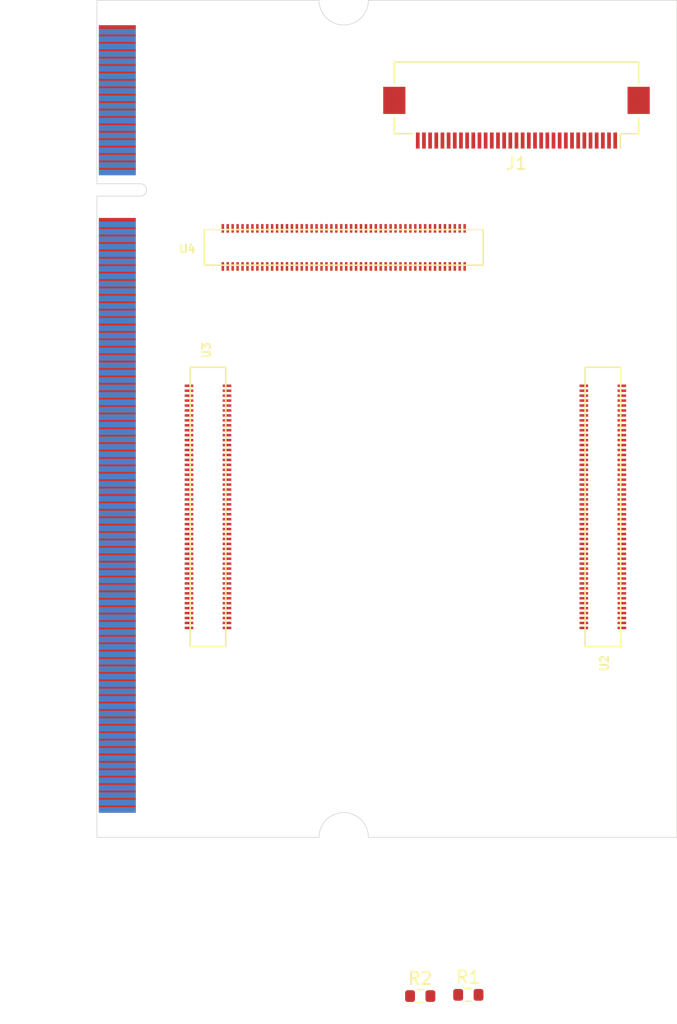
<source format=kicad_pcb>
(kicad_pcb (version 20211014) (generator pcbnew)
  (layers (0 "F.Cu" signal) (1 "In1.Cu" signal) (2 "In2.Cu" signal) (3 "In3.Cu" signal) (4 "In4.Cu" signal) (31 "B.Cu" signal) (34 "B.Paste" user) (35 "F.Paste" user) (36 "B.SilkS" user "B.Silkscreen") (37 "F.SilkS" user "F.Silkscreen") (38 "B.Mask" user) (39 "F.Mask" user) (44 "Edge.Cuts" user))
  (net 0 "")
  (net 1 "GND")
  (net 11 "DSI1_D3_N")
  (net 12 "DSI1_D3_P")
  (net 13 "DSI1_D2_N")
  (net 14 "DSI1_D2_P")
  (net 15 "DSI1_C_N")
  (net 16 "DSI1_C_P")
  (net 17 "DSI1_D1_N")
  (net 18 "DSI1_D1_P")
  (net 19 "DSI1_D0_N")
  (net 20 "DSI1_D0_P")
  (net 26 "Net-(R1-Pad1)")
  (net 27 "ETH_LED_LINK")
  (net 28 "Net-(R2-Pad1)")
  (net 41 "DAC_DOUT")
  (net 42 "DAC_MCLK")
  (net 44 "DAC_TXFS")
  (net 45 "DAC_BCLK")
  (net 46 "DAC_RXFS")
  (net 47 "DAC_DIN")
  (net 48 "BACKLIGHT_PWM")
  (net 66 "UART1_TX")
  (net 67 "UART1_RX")
  (net 68 "UART2_TX")
  (net 69 "UART2_RX")
  (net 71 "USB_VBUS")
  (net 72 "USB1_RX_P")
  (net 73 "USB1_RX_N")
  (net 74 "USB1_TX_P")
  (net 75 "USB1_TX_N")
  (net 76 "USB1_P")
  (net 77 "USB1_N")
  (net 85 "PCIE2_CLK_N")
  (net 86 "PCIE2_CLK_P")
  (net 87 "PCIE2_RX_N")
  (net 88 "PCIE2_RX_P")
  (net 89 "PCIE2_TX_N")
  (net 90 "PCIE2_TX_P")
  (net 91 "PCIE1_CLK_N")
  (net 92 "PCIE1_CLK_P")
  (net 93 "PCIE1_RX_N")
  (net 94 "PCIE1_RX_P")
  (net 95 "PCIE1_TX_N")
  (net 96 "PCIE1_TX_P")
  (net 98 "EDP_IRQ")
  (net 99 "EDP_RESETn")
  (net 102 "LPC_UART_TX")
  (net 103 "LPC_UART_RX")
  (net 105 "SD2_CD")
  (net 106 "PCIE_RESETn")
  (net 107 "SD2_CLK")
  (net 108 "SD2_CMD")
  (net 109 "SD2_DATA3")
  (net 110 "SD2_DATA2")
  (net 111 "SD2_DATA1")
  (net 112 "SD2_DATA0")
  (net 115 "+5V")
  (net 116 "TRX3_N")
  (net 117 "TRX3_P")
  (net 118 "TRX2_N")
  (net 119 "TRX2_P")
  (net 120 "TRX1_N")
  (net 121 "TRX1_P")
  (net 122 "TRX0_N")
  (net 123 "TRX0_P")
  (net 140 "ETH_LED_RX")
  (net 143 "IMX_RESETn")
  (net 144 "LPC_SSO")
  (net 145 "LPC_MOSI")
  (net 146 "LPC_MISO")
  (net 147 "LPC_SCK")
  (net 148 "DAC_SCL")
  (net 149 "DAC_SDA")
  (net 150 "BACKLIGHT_EN")
  (net 151 "EDP_SCL")
  (net 152 "EDP_SDA")
  (net 153 "USB2_TX_P")
  (net 154 "USB2_TX_N")
  (net 155 "USB2_RX_P")
  (net 156 "USB2_RX_N")
  (net 157 "USB2_N")
  (net 158 "USB2_P")
  (net 159 "USB_HUB_RESET")
  (net 163 "XSWITCH")
  (net 164 "RTC_IRQ")
  (net 166 "SOC_WAKE")
  (net 174 "HDMI_CLK_N")
  (net 175 "HDMI_CLK_P")
  (net 176 "HDMI_TX0_N")
  (net 177 "HDMI_TX0_P")
  (net 178 "HDMI_TX1_N")
  (net 179 "HDMI_TX1_P")
  (net 180 "HDMI_TX2_N")
  (net 181 "HDMI_TX2_P")
  (net 184 "HDMI_DDC_SDA")
  (net 185 "HDMI_DDC_SCL")
  (net 186 "HDMI_CEC")
  (net 187 "HDMI_HPD")
  (footprint "footprints:HRS_DF40C-100DS-0.4V(51)" (layer "F.Cu") (at 120 80)
    (fp_text reference "U4" (at -12.670679 0.128245) (layer "F.SilkS") (effects (font (size 0.641227 0.641227))))
    (fp_text value "Nit8M_Plus_SOM_J8")
    (pad "1" smd rect locked (at -9.8 1.54 180) (size 0.2 0.7) (layers "F.Cu" "F.Paste" "F.Mask") (net 1 "GND"))
    (pad "2" smd rect locked (at -9.8 -1.54) (size 0.2 0.7) (layers "F.Cu" "F.Paste" "F.Mask") (net 1 "GND"))
    (pad "3" smd rect locked (at -9.4 1.54 180) (size 0.2 0.7) (layers "F.Cu" "F.Paste" "F.Mask"))
    (pad "4" smd rect locked (at -9.4 -1.54) (size 0.2 0.7) (layers "F.Cu" "F.Paste" "F.Mask"))
    (pad "5" smd rect locked (at -9 1.54 180) (size 0.2 0.7) (layers "F.Cu" "F.Paste" "F.Mask"))
    (pad "6" smd rect locked (at -9 -1.54) (size 0.2 0.7) (layers "F.Cu" "F.Paste" "F.Mask"))
    (pad "7" smd rect locked (at -8.6 1.54 180) (size 0.2 0.7) (layers "F.Cu" "F.Paste" "F.Mask") (net 1 "GND"))
    (pad "8" smd rect locked (at -8.6 -1.54) (size 0.2 0.7) (layers "F.Cu" "F.Paste" "F.Mask") (net 1 "GND"))
    (pad "9" smd rect locked (at -8.2 1.54 180) (size 0.2 0.7) (layers "F.Cu" "F.Paste" "F.Mask"))
    (pad "10" smd rect locked (at -8.2 -1.54) (size 0.2 0.7) (layers "F.Cu" "F.Paste" "F.Mask"))
    (pad "11" smd rect locked (at -7.8 1.54 180) (size 0.2 0.7) (layers "F.Cu" "F.Paste" "F.Mask"))
    (pad "12" smd rect locked (at -7.8 -1.54) (size 0.2 0.7) (layers "F.Cu" "F.Paste" "F.Mask"))
    (pad "13" smd rect locked (at -7.4 1.54 180) (size 0.2 0.7) (layers "F.Cu" "F.Paste" "F.Mask") (net 1 "GND"))
    (pad "14" smd rect locked (at -7.4 -1.54) (size 0.2 0.7) (layers "F.Cu" "F.Paste" "F.Mask") (net 1 "GND"))
    (pad "15" smd rect locked (at -7 1.54 180) (size 0.2 0.7) (layers "F.Cu" "F.Paste" "F.Mask"))
    (pad "16" smd rect locked (at -7 -1.54) (size 0.2 0.7) (layers "F.Cu" "F.Paste" "F.Mask"))
    (pad "17" smd rect locked (at -6.6 1.54 180) (size 0.2 0.7) (layers "F.Cu" "F.Paste" "F.Mask"))
    (pad "18" smd rect locked (at -6.6 -1.54) (size 0.2 0.7) (layers "F.Cu" "F.Paste" "F.Mask"))
    (pad "19" smd rect locked (at -6.2 1.54 180) (size 0.2 0.7) (layers "F.Cu" "F.Paste" "F.Mask") (net 1 "GND"))
    (pad "20" smd rect locked (at -6.2 -1.54) (size 0.2 0.7) (layers "F.Cu" "F.Paste" "F.Mask") (net 1 "GND"))
    (pad "21" smd rect locked (at -5.8 1.54 180) (size 0.2 0.7) (layers "F.Cu" "F.Paste" "F.Mask"))
    (pad "22" smd rect locked (at -5.8 -1.54) (size 0.2 0.7) (layers "F.Cu" "F.Paste" "F.Mask"))
    (pad "23" smd rect locked (at -5.4 1.54 180) (size 0.2 0.7) (layers "F.Cu" "F.Paste" "F.Mask"))
    (pad "24" smd rect locked (at -5.4 -1.54) (size 0.2 0.7) (layers "F.Cu" "F.Paste" "F.Mask"))
    (pad "25" smd rect locked (at -5 1.54 180) (size 0.2 0.7) (layers "F.Cu" "F.Paste" "F.Mask") (net 1 "GND"))
    (pad "26" smd rect locked (at -5 -1.54) (size 0.2 0.7) (layers "F.Cu" "F.Paste" "F.Mask") (net 1 "GND"))
    (pad "27" smd rect locked (at -4.6 1.54 180) (size 0.2 0.7) (layers "F.Cu" "F.Paste" "F.Mask"))
    (pad "28" smd rect locked (at -4.6 -1.54) (size 0.2 0.7) (layers "F.Cu" "F.Paste" "F.Mask"))
    (pad "29" smd rect locked (at -4.2 1.54 180) (size 0.2 0.7) (layers "F.Cu" "F.Paste" "F.Mask"))
    (pad "30" smd rect locked (at -4.2 -1.54) (size 0.2 0.7) (layers "F.Cu" "F.Paste" "F.Mask"))
    (pad "31" smd rect locked (at -3.8 1.54 180) (size 0.2 0.7) (layers "F.Cu" "F.Paste" "F.Mask") (net 1 "GND"))
    (pad "32" smd rect locked (at -3.8 -1.54) (size 0.2 0.7) (layers "F.Cu" "F.Paste" "F.Mask") (net 1 "GND"))
    (pad "33" smd rect locked (at -3.4 1.54 180) (size 0.2 0.7) (layers "F.Cu" "F.Paste" "F.Mask"))
    (pad "34" smd rect locked (at -3.4 -1.54) (size 0.2 0.7) (layers "F.Cu" "F.Paste" "F.Mask"))
    (pad "35" smd rect locked (at -3 1.54 180) (size 0.2 0.7) (layers "F.Cu" "F.Paste" "F.Mask"))
    (pad "36" smd rect locked (at -3 -1.54) (size 0.2 0.7) (layers "F.Cu" "F.Paste" "F.Mask"))
    (pad "37" smd rect locked (at -2.6 1.54 180) (size 0.2 0.7) (layers "F.Cu" "F.Paste" "F.Mask"))
    (pad "38" smd rect locked (at -2.6 -1.54) (size 0.2 0.7) (layers "F.Cu" "F.Paste" "F.Mask"))
    (pad "39" smd rect locked (at -2.2 1.54 180) (size 0.2 0.7) (layers "F.Cu" "F.Paste" "F.Mask"))
    (pad "40" smd rect locked (at -2.2 -1.54) (size 0.2 0.7) (layers "F.Cu" "F.Paste" "F.Mask"))
    (pad "41" smd rect locked (at -1.8 1.54 180) (size 0.2 0.7) (layers "F.Cu" "F.Paste" "F.Mask"))
    (pad "42" smd rect locked (at -1.8 -1.54) (size 0.2 0.7) (layers "F.Cu" "F.Paste" "F.Mask"))
    (pad "43" smd rect locked (at -1.4 1.54 180) (size 0.2 0.7) (layers "F.Cu" "F.Paste" "F.Mask") (net 1 "GND"))
    (pad "44" smd rect locked (at -1.4 -1.54) (size 0.2 0.7) (layers "F.Cu" "F.Paste" "F.Mask") (net 1 "GND"))
    (pad "45" smd rect locked (at -1 1.54 180) (size 0.2 0.7) (layers "F.Cu" "F.Paste" "F.Mask"))
    (pad "46" smd rect locked (at -1 -1.54) (size 0.2 0.7) (layers "F.Cu" "F.Paste" "F.Mask"))
    (pad "47" smd rect locked (at -0.6 1.54 180) (size 0.2 0.7) (layers "F.Cu" "F.Paste" "F.Mask") (net 1 "GND"))
    (pad "48" smd rect locked (at -0.6 -1.54) (size 0.2 0.7) (layers "F.Cu" "F.Paste" "F.Mask"))
    (pad "49" smd rect locked (at -0.2 1.54 180) (size 0.2 0.7) (layers "F.Cu" "F.Paste" "F.Mask"))
    (pad "50" smd rect locked (at -0.2 -1.54) (size 0.2 0.7) (layers "F.Cu" "F.Paste" "F.Mask") (net 108 "SD2_CMD"))
    (pad "51" smd rect locked (at 0.2 1.54 180) (size 0.2 0.7) (layers "F.Cu" "F.Paste" "F.Mask") (net 1 "GND"))
    (pad "52" smd rect locked (at 0.2 -1.54) (size 0.2 0.7) (layers "F.Cu" "F.Paste" "F.Mask") (net 1 "GND"))
    (pad "53" smd rect locked (at 0.6 1.54 180) (size 0.2 0.7) (layers "F.Cu" "F.Paste" "F.Mask"))
    (pad "54" smd rect locked (at 0.6 -1.54) (size 0.2 0.7) (layers "F.Cu" "F.Paste" "F.Mask") (net 107 "SD2_CLK"))
    (pad "55" smd rect locked (at 1 1.54 180) (size 0.2 0.7) (layers "F.Cu" "F.Paste" "F.Mask") (net 1 "GND"))
    (pad "56" smd rect locked (at 1 -1.54) (size 0.2 0.7) (layers "F.Cu" "F.Paste" "F.Mask") (net 1 "GND"))
    (pad "57" smd rect locked (at 1.4 1.54 180) (size 0.2 0.7) (layers "F.Cu" "F.Paste" "F.Mask"))
    (pad "58" smd rect locked (at 1.4 -1.54) (size 0.2 0.7) (layers "F.Cu" "F.Paste" "F.Mask") (net 112 "SD2_DATA0"))
    (pad "59" smd rect locked (at 1.8 1.54 180) (size 0.2 0.7) (layers "F.Cu" "F.Paste" "F.Mask") (net 1 "GND"))
    (pad "60" smd rect locked (at 1.8 -1.54) (size 0.2 0.7) (layers "F.Cu" "F.Paste" "F.Mask") (net 111 "SD2_DATA1"))
    (pad "61" smd rect locked (at 2.2 1.54 180) (size 0.2 0.7) (layers "F.Cu" "F.Paste" "F.Mask") (net 42 "DAC_MCLK"))
    (pad "62" smd rect locked (at 2.2 -1.54) (size 0.2 0.7) (layers "F.Cu" "F.Paste" "F.Mask") (net 110 "SD2_DATA2"))
    (pad "63" smd rect locked (at 2.6 1.54 180) (size 0.2 0.7) (layers "F.Cu" "F.Paste" "F.Mask") (net 1 "GND"))
    (pad "64" smd rect locked (at 2.6 -1.54) (size 0.2 0.7) (layers "F.Cu" "F.Paste" "F.Mask") (net 109 "SD2_DATA3"))
    (pad "65" smd rect locked (at 3 1.54 180) (size 0.2 0.7) (layers "F.Cu" "F.Paste" "F.Mask") (net 47 "DAC_DIN"))
    (pad "66" smd rect locked (at 3 -1.54) (size 0.2 0.7) (layers "F.Cu" "F.Paste" "F.Mask") (net 1 "GND"))
    (pad "67" smd rect locked (at 3.4 1.54 180) (size 0.2 0.7) (layers "F.Cu" "F.Paste" "F.Mask") (net 45 "DAC_BCLK"))
    (pad "68" smd rect locked (at 3.4 -1.54) (size 0.2 0.7) (layers "F.Cu" "F.Paste" "F.Mask"))
    (pad "69" smd rect locked (at 3.8 1.54 180) (size 0.2 0.7) (layers "F.Cu" "F.Paste" "F.Mask"))
    (pad "70" smd rect locked (at 3.8 -1.54) (size 0.2 0.7) (layers "F.Cu" "F.Paste" "F.Mask"))
    (pad "71" smd rect locked (at 4.2 1.54 180) (size 0.2 0.7) (layers "F.Cu" "F.Paste" "F.Mask") (net 41 "DAC_DOUT"))
    (pad "72" smd rect locked (at 4.2 -1.54) (size 0.2 0.7) (layers "F.Cu" "F.Paste" "F.Mask"))
    (pad "73" smd rect locked (at 4.6 1.54 180) (size 0.2 0.7) (layers "F.Cu" "F.Paste" "F.Mask") (net 46 "DAC_RXFS"))
    (pad "74" smd rect locked (at 4.6 -1.54) (size 0.2 0.7) (layers "F.Cu" "F.Paste" "F.Mask"))
    (pad "75" smd rect locked (at 5 1.54 180) (size 0.2 0.7) (layers "F.Cu" "F.Paste" "F.Mask") (net 44 "DAC_TXFS"))
    (pad "76" smd rect locked (at 5 -1.54) (size 0.2 0.7) (layers "F.Cu" "F.Paste" "F.Mask") (net 1 "GND"))
    (pad "77" smd rect locked (at 5.4 1.54 180) (size 0.2 0.7) (layers "F.Cu" "F.Paste" "F.Mask") (net 1 "GND"))
    (pad "78" smd rect locked (at 5.4 -1.54) (size 0.2 0.7) (layers "F.Cu" "F.Paste" "F.Mask") (net 123 "TRX0_P"))
    (pad "79" smd rect locked (at 5.8 1.54 180) (size 0.2 0.7) (layers "F.Cu" "F.Paste" "F.Mask"))
    (pad "80" smd rect locked (at 5.8 -1.54) (size 0.2 0.7) (layers "F.Cu" "F.Paste" "F.Mask") (net 122 "TRX0_N"))
    (pad "81" smd rect locked (at 6.2 1.54 180) (size 0.2 0.7) (layers "F.Cu" "F.Paste" "F.Mask") (net 1 "GND"))
    (pad "82" smd rect locked (at 6.2 -1.54) (size 0.2 0.7) (layers "F.Cu" "F.Paste" "F.Mask") (net 1 "GND"))
    (pad "83" smd rect locked (at 6.6 1.54 180) (size 0.2 0.7) (layers "F.Cu" "F.Paste" "F.Mask"))
    (pad "84" smd rect locked (at 6.6 -1.54) (size 0.2 0.7) (layers "F.Cu" "F.Paste" "F.Mask") (net 121 "TRX1_P"))
    (pad "85" smd rect locked (at 7 1.54 180) (size 0.2 0.7) (layers "F.Cu" "F.Paste" "F.Mask"))
    (pad "86" smd rect locked (at 7 -1.54) (size 0.2 0.7) (layers "F.Cu" "F.Paste" "F.Mask") (net 120 "TRX1_N"))
    (pad "87" smd rect locked (at 7.4 1.54 180) (size 0.2 0.7) (layers "F.Cu" "F.Paste" "F.Mask"))
    (pad "88" smd rect locked (at 7.4 -1.54) (size 0.2 0.7) (layers "F.Cu" "F.Paste" "F.Mask") (net 1 "GND"))
    (pad "89" smd rect locked (at 7.8 1.54 180) (size 0.2 0.7) (layers "F.Cu" "F.Paste" "F.Mask"))
    (pad "90" smd rect locked (at 7.8 -1.54) (size 0.2 0.7) (layers "F.Cu" "F.Paste" "F.Mask") (net 119 "TRX2_P"))
    (pad "91" smd rect locked (at 8.2 1.54 180) (size 0.2 0.7) (layers "F.Cu" "F.Paste" "F.Mask"))
    (pad "92" smd rect locked (at 8.2 -1.54) (size 0.2 0.7) (layers "F.Cu" "F.Paste" "F.Mask") (net 118 "TRX2_N"))
    (pad "93" smd rect locked (at 8.6 1.54 180) (size 0.2 0.7) (layers "F.Cu" "F.Paste" "F.Mask"))
    (pad "94" smd rect locked (at 8.6 -1.54) (size 0.2 0.7) (layers "F.Cu" "F.Paste" "F.Mask") (net 1 "GND"))
    (pad "95" smd rect locked (at 9 1.54 180) (size 0.2 0.7) (layers "F.Cu" "F.Paste" "F.Mask") (net 140 "ETH_LED_RX"))
    (pad "96" smd rect locked (at 9 -1.54) (size 0.2 0.7) (layers "F.Cu" "F.Paste" "F.Mask") (net 117 "TRX3_P"))
    (pad "97" smd rect locked (at 9.4 1.54 180) (size 0.2 0.7) (layers "F.Cu" "F.Paste" "F.Mask") (net 26 "Net-(R1-Pad1)"))
    (pad "98" smd rect locked (at 9.4 -1.54) (size 0.2 0.7) (layers "F.Cu" "F.Paste" "F.Mask") (net 116 "TRX3_N"))
    (pad "99" smd rect locked (at 9.8 1.54 180) (size 0.2 0.7) (layers "F.Cu" "F.Paste" "F.Mask") (net 28 "Net-(R2-Pad1)"))
    (pad "100" smd rect locked (at 9.8 -1.54) (size 0.2 0.7) (layers "F.Cu" "F.Paste" "F.Mask") (net 1 "GND"))
  )
  (footprint "footprints:HRS_DF40C-100DS-0.4V(51)" (layer "F.Cu") (at 109 101 -90)
    (fp_text reference "U3" (at -12.670679 0.128245 90) (layer "F.SilkS") (effects (font (size 0.641227 0.641227))))
    (fp_text value "Nit8M_Plus_SOM_J4")
    (pad "1" smd rect locked (at -9.8 1.54 90) (size 0.2 0.7) (layers "F.Cu" "F.Paste" "F.Mask") (net 1 "GND"))
    (pad "2" smd rect locked (at -9.8 -1.54 270) (size 0.2 0.7) (layers "F.Cu" "F.Paste" "F.Mask") (net 1 "GND"))
    (pad "3" smd rect locked (at -9.4 1.54 90) (size 0.2 0.7) (layers "F.Cu" "F.Paste" "F.Mask"))
    (pad "4" smd rect locked (at -9.4 -1.54 270) (size 0.2 0.7) (layers "F.Cu" "F.Paste" "F.Mask"))
    (pad "5" smd rect locked (at -9 1.54 90) (size 0.2 0.7) (layers "F.Cu" "F.Paste" "F.Mask"))
    (pad "6" smd rect locked (at -9 -1.54 270) (size 0.2 0.7) (layers "F.Cu" "F.Paste" "F.Mask"))
    (pad "7" smd rect locked (at -8.6 1.54 90) (size 0.2 0.7) (layers "F.Cu" "F.Paste" "F.Mask") (net 1 "GND"))
    (pad "8" smd rect locked (at -8.6 -1.54 270) (size 0.2 0.7) (layers "F.Cu" "F.Paste" "F.Mask") (net 1 "GND"))
    (pad "9" smd rect locked (at -8.2 1.54 90) (size 0.2 0.7) (layers "F.Cu" "F.Paste" "F.Mask"))
    (pad "10" smd rect locked (at -8.2 -1.54 270) (size 0.2 0.7) (layers "F.Cu" "F.Paste" "F.Mask"))
    (pad "11" smd rect locked (at -7.8 1.54 90) (size 0.2 0.7) (layers "F.Cu" "F.Paste" "F.Mask"))
    (pad "12" smd rect locked (at -7.8 -1.54 270) (size 0.2 0.7) (layers "F.Cu" "F.Paste" "F.Mask"))
    (pad "13" smd rect locked (at -7.4 1.54 90) (size 0.2 0.7) (layers "F.Cu" "F.Paste" "F.Mask") (net 1 "GND"))
    (pad "14" smd rect locked (at -7.4 -1.54 270) (size 0.2 0.7) (layers "F.Cu" "F.Paste" "F.Mask") (net 1 "GND"))
    (pad "15" smd rect locked (at -7 1.54 90) (size 0.2 0.7) (layers "F.Cu" "F.Paste" "F.Mask"))
    (pad "16" smd rect locked (at -7 -1.54 270) (size 0.2 0.7) (layers "F.Cu" "F.Paste" "F.Mask"))
    (pad "17" smd rect locked (at -6.6 1.54 90) (size 0.2 0.7) (layers "F.Cu" "F.Paste" "F.Mask"))
    (pad "18" smd rect locked (at -6.6 -1.54 270) (size 0.2 0.7) (layers "F.Cu" "F.Paste" "F.Mask"))
    (pad "19" smd rect locked (at -6.2 1.54 90) (size 0.2 0.7) (layers "F.Cu" "F.Paste" "F.Mask") (net 1 "GND"))
    (pad "20" smd rect locked (at -6.2 -1.54 270) (size 0.2 0.7) (layers "F.Cu" "F.Paste" "F.Mask") (net 1 "GND"))
    (pad "21" smd rect locked (at -5.8 1.54 90) (size 0.2 0.7) (layers "F.Cu" "F.Paste" "F.Mask"))
    (pad "22" smd rect locked (at -5.8 -1.54 270) (size 0.2 0.7) (layers "F.Cu" "F.Paste" "F.Mask"))
    (pad "23" smd rect locked (at -5.4 1.54 90) (size 0.2 0.7) (layers "F.Cu" "F.Paste" "F.Mask"))
    (pad "24" smd rect locked (at -5.4 -1.54 270) (size 0.2 0.7) (layers "F.Cu" "F.Paste" "F.Mask"))
    (pad "25" smd rect locked (at -5 1.54 90) (size 0.2 0.7) (layers "F.Cu" "F.Paste" "F.Mask") (net 1 "GND"))
    (pad "26" smd rect locked (at -5 -1.54 270) (size 0.2 0.7) (layers "F.Cu" "F.Paste" "F.Mask") (net 1 "GND"))
    (pad "27" smd rect locked (at -4.6 1.54 90) (size 0.2 0.7) (layers "F.Cu" "F.Paste" "F.Mask"))
    (pad "28" smd rect locked (at -4.6 -1.54 270) (size 0.2 0.7) (layers "F.Cu" "F.Paste" "F.Mask"))
    (pad "29" smd rect locked (at -4.2 1.54 90) (size 0.2 0.7) (layers "F.Cu" "F.Paste" "F.Mask"))
    (pad "30" smd rect locked (at -4.2 -1.54 270) (size 0.2 0.7) (layers "F.Cu" "F.Paste" "F.Mask"))
    (pad "31" smd rect locked (at -3.8 1.54 90) (size 0.2 0.7) (layers "F.Cu" "F.Paste" "F.Mask") (net 1 "GND"))
    (pad "32" smd rect locked (at -3.8 -1.54 270) (size 0.2 0.7) (layers "F.Cu" "F.Paste" "F.Mask") (net 1 "GND"))
    (pad "33" smd rect locked (at -3.4 1.54 90) (size 0.2 0.7) (layers "F.Cu" "F.Paste" "F.Mask") (net 92 "PCIE1_CLK_P"))
    (pad "34" smd rect locked (at -3.4 -1.54 270) (size 0.2 0.7) (layers "F.Cu" "F.Paste" "F.Mask") (net 12 "DSI1_D3_P"))
    (pad "35" smd rect locked (at -3 1.54 90) (size 0.2 0.7) (layers "F.Cu" "F.Paste" "F.Mask") (net 91 "PCIE1_CLK_N"))
    (pad "36" smd rect locked (at -3 -1.54 270) (size 0.2 0.7) (layers "F.Cu" "F.Paste" "F.Mask") (net 11 "DSI1_D3_N"))
    (pad "37" smd rect locked (at -2.6 1.54 90) (size 0.2 0.7) (layers "F.Cu" "F.Paste" "F.Mask") (net 1 "GND"))
    (pad "38" smd rect locked (at -2.6 -1.54 270) (size 0.2 0.7) (layers "F.Cu" "F.Paste" "F.Mask") (net 1 "GND"))
    (pad "39" smd rect locked (at -2.2 1.54 90) (size 0.2 0.7) (layers "F.Cu" "F.Paste" "F.Mask") (net 96 "PCIE1_TX_P"))
    (pad "40" smd rect locked (at -2.2 -1.54 270) (size 0.2 0.7) (layers "F.Cu" "F.Paste" "F.Mask") (net 14 "DSI1_D2_P"))
    (pad "41" smd rect locked (at -1.8 1.54 90) (size 0.2 0.7) (layers "F.Cu" "F.Paste" "F.Mask") (net 95 "PCIE1_TX_N"))
    (pad "42" smd rect locked (at -1.8 -1.54 270) (size 0.2 0.7) (layers "F.Cu" "F.Paste" "F.Mask") (net 13 "DSI1_D2_N"))
    (pad "43" smd rect locked (at -1.4 1.54 90) (size 0.2 0.7) (layers "F.Cu" "F.Paste" "F.Mask") (net 1 "GND"))
    (pad "44" smd rect locked (at -1.4 -1.54 270) (size 0.2 0.7) (layers "F.Cu" "F.Paste" "F.Mask") (net 1 "GND"))
    (pad "45" smd rect locked (at -1 1.54 90) (size 0.2 0.7) (layers "F.Cu" "F.Paste" "F.Mask") (net 94 "PCIE1_RX_P"))
    (pad "46" smd rect locked (at -1 -1.54 270) (size 0.2 0.7) (layers "F.Cu" "F.Paste" "F.Mask") (net 16 "DSI1_C_P"))
    (pad "47" smd rect locked (at -0.6 1.54 90) (size 0.2 0.7) (layers "F.Cu" "F.Paste" "F.Mask") (net 93 "PCIE1_RX_N"))
    (pad "48" smd rect locked (at -0.6 -1.54 270) (size 0.2 0.7) (layers "F.Cu" "F.Paste" "F.Mask") (net 15 "DSI1_C_N"))
    (pad "49" smd rect locked (at -0.2 1.54 90) (size 0.2 0.7) (layers "F.Cu" "F.Paste" "F.Mask") (net 1 "GND"))
    (pad "50" smd rect locked (at -0.2 -1.54 270) (size 0.2 0.7) (layers "F.Cu" "F.Paste" "F.Mask") (net 1 "GND"))
    (pad "51" smd rect locked (at 0.2 1.54 90) (size 0.2 0.7) (layers "F.Cu" "F.Paste" "F.Mask") (net 153 "USB2_TX_P"))
    (pad "52" smd rect locked (at 0.2 -1.54 270) (size 0.2 0.7) (layers "F.Cu" "F.Paste" "F.Mask") (net 18 "DSI1_D1_P"))
    (pad "53" smd rect locked (at 0.6 1.54 90) (size 0.2 0.7) (layers "F.Cu" "F.Paste" "F.Mask") (net 154 "USB2_TX_N"))
    (pad "54" smd rect locked (at 0.6 -1.54 270) (size 0.2 0.7) (layers "F.Cu" "F.Paste" "F.Mask") (net 17 "DSI1_D1_N"))
    (pad "55" smd rect locked (at 1 1.54 90) (size 0.2 0.7) (layers "F.Cu" "F.Paste" "F.Mask") (net 1 "GND"))
    (pad "56" smd rect locked (at 1 -1.54 270) (size 0.2 0.7) (layers "F.Cu" "F.Paste" "F.Mask") (net 1 "GND"))
    (pad "57" smd rect locked (at 1.4 1.54 90) (size 0.2 0.7) (layers "F.Cu" "F.Paste" "F.Mask") (net 155 "USB2_RX_P"))
    (pad "58" smd rect locked (at 1.4 -1.54 270) (size 0.2 0.7) (layers "F.Cu" "F.Paste" "F.Mask") (net 20 "DSI1_D0_P"))
    (pad "59" smd rect locked (at 1.8 1.54 90) (size 0.2 0.7) (layers "F.Cu" "F.Paste" "F.Mask") (net 156 "USB2_RX_N"))
    (pad "60" smd rect locked (at 1.8 -1.54 270) (size 0.2 0.7) (layers "F.Cu" "F.Paste" "F.Mask") (net 19 "DSI1_D0_N"))
    (pad "61" smd rect locked (at 2.2 1.54 90) (size 0.2 0.7) (layers "F.Cu" "F.Paste" "F.Mask") (net 1 "GND"))
    (pad "62" smd rect locked (at 2.2 -1.54 270) (size 0.2 0.7) (layers "F.Cu" "F.Paste" "F.Mask") (net 1 "GND"))
    (pad "63" smd rect locked (at 2.6 1.54 90) (size 0.2 0.7) (layers "F.Cu" "F.Paste" "F.Mask") (net 158 "USB2_P"))
    (pad "64" smd rect locked (at 2.6 -1.54 270) (size 0.2 0.7) (layers "F.Cu" "F.Paste" "F.Mask"))
    (pad "65" smd rect locked (at 3 1.54 90) (size 0.2 0.7) (layers "F.Cu" "F.Paste" "F.Mask") (net 157 "USB2_N"))
    (pad "66" smd rect locked (at 3 -1.54 270) (size 0.2 0.7) (layers "F.Cu" "F.Paste" "F.Mask"))
    (pad "67" smd rect locked (at 3.4 1.54 90) (size 0.2 0.7) (layers "F.Cu" "F.Paste" "F.Mask") (net 1 "GND"))
    (pad "68" smd rect locked (at 3.4 -1.54 270) (size 0.2 0.7) (layers "F.Cu" "F.Paste" "F.Mask") (net 1 "GND"))
    (pad "69" smd rect locked (at 3.8 1.54 90) (size 0.2 0.7) (layers "F.Cu" "F.Paste" "F.Mask"))
    (pad "70" smd rect locked (at 3.8 -1.54 270) (size 0.2 0.7) (layers "F.Cu" "F.Paste" "F.Mask") (net 74 "USB1_TX_P"))
    (pad "71" smd rect locked (at 4.2 1.54 90) (size 0.2 0.7) (layers "F.Cu" "F.Paste" "F.Mask"))
    (pad "72" smd rect locked (at 4.2 -1.54 270) (size 0.2 0.7) (layers "F.Cu" "F.Paste" "F.Mask") (net 75 "USB1_TX_N"))
    (pad "73" smd rect locked (at 4.6 1.54 90) (size 0.2 0.7) (layers "F.Cu" "F.Paste" "F.Mask") (net 106 "PCIE_RESETn"))
    (pad "74" smd rect locked (at 4.6 -1.54 270) (size 0.2 0.7) (layers "F.Cu" "F.Paste" "F.Mask") (net 1 "GND"))
    (pad "75" smd rect locked (at 5 1.54 90) (size 0.2 0.7) (layers "F.Cu" "F.Paste" "F.Mask") (net 48 "BACKLIGHT_PWM"))
    (pad "76" smd rect locked (at 5 -1.54 270) (size 0.2 0.7) (layers "F.Cu" "F.Paste" "F.Mask") (net 72 "USB1_RX_P"))
    (pad "77" smd rect locked (at 5.4 1.54 90) (size 0.2 0.7) (layers "F.Cu" "F.Paste" "F.Mask") (net 150 "BACKLIGHT_EN"))
    (pad "78" smd rect locked (at 5.4 -1.54 270) (size 0.2 0.7) (layers "F.Cu" "F.Paste" "F.Mask") (net 73 "USB1_RX_N"))
    (pad "79" smd rect locked (at 5.8 1.54 90) (size 0.2 0.7) (layers "F.Cu" "F.Paste" "F.Mask"))
    (pad "80" smd rect locked (at 5.8 -1.54 270) (size 0.2 0.7) (layers "F.Cu" "F.Paste" "F.Mask") (net 1 "GND"))
    (pad "81" smd rect locked (at 6.2 1.54 90) (size 0.2 0.7) (layers "F.Cu" "F.Paste" "F.Mask") (net 99 "EDP_RESETn"))
    (pad "82" smd rect locked (at 6.2 -1.54 270) (size 0.2 0.7) (layers "F.Cu" "F.Paste" "F.Mask") (net 76 "USB1_P"))
    (pad "83" smd rect locked (at 6.6 1.54 90) (size 0.2 0.7) (layers "F.Cu" "F.Paste" "F.Mask") (net 159 "USB_HUB_RESET"))
    (pad "84" smd rect locked (at 6.6 -1.54 270) (size 0.2 0.7) (layers "F.Cu" "F.Paste" "F.Mask") (net 77 "USB1_N"))
    (pad "85" smd rect locked (at 7 1.54 90) (size 0.2 0.7) (layers "F.Cu" "F.Paste" "F.Mask"))
    (pad "86" smd rect locked (at 7 -1.54 270) (size 0.2 0.7) (layers "F.Cu" "F.Paste" "F.Mask") (net 1 "GND"))
    (pad "87" smd rect locked (at 7.4 1.54 90) (size 0.2 0.7) (layers "F.Cu" "F.Paste" "F.Mask"))
    (pad "88" smd rect locked (at 7.4 -1.54 270) (size 0.2 0.7) (layers "F.Cu" "F.Paste" "F.Mask") (net 163 "XSWITCH"))
    (pad "89" smd rect locked (at 7.8 1.54 90) (size 0.2 0.7) (layers "F.Cu" "F.Paste" "F.Mask") (net 1 "GND"))
    (pad "90" smd rect locked (at 7.8 -1.54 270) (size 0.2 0.7) (layers "F.Cu" "F.Paste" "F.Mask"))
    (pad "91" smd rect locked (at 8.2 1.54 90) (size 0.2 0.7) (layers "F.Cu" "F.Paste" "F.Mask"))
    (pad "92" smd rect locked (at 8.2 -1.54 270) (size 0.2 0.7) (layers "F.Cu" "F.Paste" "F.Mask") (net 68 "UART2_TX"))
    (pad "93" smd rect locked (at 8.6 1.54 90) (size 0.2 0.7) (layers "F.Cu" "F.Paste" "F.Mask"))
    (pad "94" smd rect locked (at 8.6 -1.54 270) (size 0.2 0.7) (layers "F.Cu" "F.Paste" "F.Mask") (net 69 "UART2_RX"))
    (pad "95" smd rect locked (at 9 1.54 90) (size 0.2 0.7) (layers "F.Cu" "F.Paste" "F.Mask"))
    (pad "96" smd rect locked (at 9 -1.54 270) (size 0.2 0.7) (layers "F.Cu" "F.Paste" "F.Mask") (net 1 "GND"))
    (pad "97" smd rect locked (at 9.4 1.54 90) (size 0.2 0.7) (layers "F.Cu" "F.Paste" "F.Mask") (net 105 "SD2_CD"))
    (pad "98" smd rect locked (at 9.4 -1.54 270) (size 0.2 0.7) (layers "F.Cu" "F.Paste" "F.Mask") (net 66 "UART1_TX"))
    (pad "99" smd rect locked (at 9.8 1.54 90) (size 0.2 0.7) (layers "F.Cu" "F.Paste" "F.Mask") (net 166 "SOC_WAKE"))
    (pad "100" smd rect locked (at 9.8 -1.54 270) (size 0.2 0.7) (layers "F.Cu" "F.Paste" "F.Mask") (net 67 "UART1_RX"))
  )
  (footprint "footprints:HRS_DF40C-100DS-0.4V(51)" (layer "F.Cu") (at 141 101 90)
    (fp_text reference "U2" (at -12.670679 0.128245 90) (layer "F.SilkS") (effects (font (size 0.641227 0.641227))))
    (fp_text value "Nit8M_Plus_SOM_J5")
    (pad "1" smd rect locked (at -9.8 1.54 270) (size 0.2 0.7) (layers "F.Cu" "F.Paste" "F.Mask") (net 115 "+5V"))
    (pad "2" smd rect locked (at -9.8 -1.54 90) (size 0.2 0.7) (layers "F.Cu" "F.Paste" "F.Mask") (net 115 "+5V"))
    (pad "3" smd rect locked (at -9.4 1.54 270) (size 0.2 0.7) (layers "F.Cu" "F.Paste" "F.Mask") (net 115 "+5V"))
    (pad "4" smd rect locked (at -9.4 -1.54 90) (size 0.2 0.7) (layers "F.Cu" "F.Paste" "F.Mask") (net 115 "+5V"))
    (pad "5" smd rect locked (at -9 1.54 270) (size 0.2 0.7) (layers "F.Cu" "F.Paste" "F.Mask") (net 115 "+5V"))
    (pad "6" smd rect locked (at -9 -1.54 90) (size 0.2 0.7) (layers "F.Cu" "F.Paste" "F.Mask") (net 115 "+5V"))
    (pad "7" smd rect locked (at -8.6 1.54 270) (size 0.2 0.7) (layers "F.Cu" "F.Paste" "F.Mask") (net 115 "+5V"))
    (pad "8" smd rect locked (at -8.6 -1.54 90) (size 0.2 0.7) (layers "F.Cu" "F.Paste" "F.Mask") (net 115 "+5V"))
    (pad "9" smd rect locked (at -8.2 1.54 270) (size 0.2 0.7) (layers "F.Cu" "F.Paste" "F.Mask") (net 115 "+5V"))
    (pad "10" smd rect locked (at -8.2 -1.54 90) (size 0.2 0.7) (layers "F.Cu" "F.Paste" "F.Mask") (net 115 "+5V"))
    (pad "11" smd rect locked (at -7.8 1.54 270) (size 0.2 0.7) (layers "F.Cu" "F.Paste" "F.Mask") (net 1 "GND"))
    (pad "12" smd rect locked (at -7.8 -1.54 90) (size 0.2 0.7) (layers "F.Cu" "F.Paste" "F.Mask") (net 1 "GND"))
    (pad "13" smd rect locked (at -7.4 1.54 270) (size 0.2 0.7) (layers "F.Cu" "F.Paste" "F.Mask") (net 1 "GND"))
    (pad "14" smd rect locked (at -7.4 -1.54 90) (size 0.2 0.7) (layers "F.Cu" "F.Paste" "F.Mask") (net 1 "GND"))
    (pad "15" smd rect locked (at -7 1.54 270) (size 0.2 0.7) (layers "F.Cu" "F.Paste" "F.Mask") (net 1 "GND"))
    (pad "16" smd rect locked (at -7 -1.54 90) (size 0.2 0.7) (layers "F.Cu" "F.Paste" "F.Mask") (net 1 "GND"))
    (pad "17" smd rect locked (at -6.6 1.54 270) (size 0.2 0.7) (layers "F.Cu" "F.Paste" "F.Mask"))
    (pad "18" smd rect locked (at -6.6 -1.54 90) (size 0.2 0.7) (layers "F.Cu" "F.Paste" "F.Mask"))
    (pad "19" smd rect locked (at -6.2 1.54 270) (size 0.2 0.7) (layers "F.Cu" "F.Paste" "F.Mask") (net 143 "IMX_RESETn"))
    (pad "20" smd rect locked (at -6.2 -1.54 90) (size 0.2 0.7) (layers "F.Cu" "F.Paste" "F.Mask"))
    (pad "21" smd rect locked (at -5.8 1.54 270) (size 0.2 0.7) (layers "F.Cu" "F.Paste" "F.Mask"))
    (pad "22" smd rect locked (at -5.8 -1.54 90) (size 0.2 0.7) (layers "F.Cu" "F.Paste" "F.Mask"))
    (pad "23" smd rect locked (at -5.4 1.54 270) (size 0.2 0.7) (layers "F.Cu" "F.Paste" "F.Mask"))
    (pad "24" smd rect locked (at -5.4 -1.54 90) (size 0.2 0.7) (layers "F.Cu" "F.Paste" "F.Mask"))
    (pad "25" smd rect locked (at -5 1.54 270) (size 0.2 0.7) (layers "F.Cu" "F.Paste" "F.Mask") (net 1 "GND"))
    (pad "26" smd rect locked (at -5 -1.54 90) (size 0.2 0.7) (layers "F.Cu" "F.Paste" "F.Mask"))
    (pad "27" smd rect locked (at -4.6 1.54 270) (size 0.2 0.7) (layers "F.Cu" "F.Paste" "F.Mask") (net 148 "DAC_SCL"))
    (pad "28" smd rect locked (at -4.6 -1.54 90) (size 0.2 0.7) (layers "F.Cu" "F.Paste" "F.Mask"))
    (pad "29" smd rect locked (at -4.2 1.54 270) (size 0.2 0.7) (layers "F.Cu" "F.Paste" "F.Mask") (net 149 "DAC_SDA"))
    (pad "30" smd rect locked (at -4.2 -1.54 90) (size 0.2 0.7) (layers "F.Cu" "F.Paste" "F.Mask"))
    (pad "31" smd rect locked (at -3.8 1.54 270) (size 0.2 0.7) (layers "F.Cu" "F.Paste" "F.Mask") (net 151 "EDP_SCL"))
    (pad "32" smd rect locked (at -3.8 -1.54 90) (size 0.2 0.7) (layers "F.Cu" "F.Paste" "F.Mask") (net 1 "GND"))
    (pad "33" smd rect locked (at -3.4 1.54 270) (size 0.2 0.7) (layers "F.Cu" "F.Paste" "F.Mask") (net 152 "EDP_SDA"))
    (pad "34" smd rect locked (at -3.4 -1.54 90) (size 0.2 0.7) (layers "F.Cu" "F.Paste" "F.Mask"))
    (pad "35" smd rect locked (at -3 1.54 270) (size 0.2 0.7) (layers "F.Cu" "F.Paste" "F.Mask"))
    (pad "36" smd rect locked (at -3 -1.54 90) (size 0.2 0.7) (layers "F.Cu" "F.Paste" "F.Mask"))
    (pad "37" smd rect locked (at -2.6 1.54 270) (size 0.2 0.7) (layers "F.Cu" "F.Paste" "F.Mask"))
    (pad "38" smd rect locked (at -2.6 -1.54 90) (size 0.2 0.7) (layers "F.Cu" "F.Paste" "F.Mask"))
    (pad "39" smd rect locked (at -2.2 1.54 270) (size 0.2 0.7) (layers "F.Cu" "F.Paste" "F.Mask") (net 1 "GND"))
    (pad "40" smd rect locked (at -2.2 -1.54 90) (size 0.2 0.7) (layers "F.Cu" "F.Paste" "F.Mask"))
    (pad "41" smd rect locked (at -1.8 1.54 270) (size 0.2 0.7) (layers "F.Cu" "F.Paste" "F.Mask"))
    (pad "42" smd rect locked (at -1.8 -1.54 90) (size 0.2 0.7) (layers "F.Cu" "F.Paste" "F.Mask") (net 1 "GND"))
    (pad "43" smd rect locked (at -1.4 1.54 270) (size 0.2 0.7) (layers "F.Cu" "F.Paste" "F.Mask") (net 1 "GND"))
    (pad "44" smd rect locked (at -1.4 -1.54 90) (size 0.2 0.7) (layers "F.Cu" "F.Paste" "F.Mask"))
    (pad "45" smd rect locked (at -1 1.54 270) (size 0.2 0.7) (layers "F.Cu" "F.Paste" "F.Mask"))
    (pad "46" smd rect locked (at -1 -1.54 90) (size 0.2 0.7) (layers "F.Cu" "F.Paste" "F.Mask") (net 1 "GND"))
    (pad "47" smd rect locked (at -0.6 1.54 270) (size 0.2 0.7) (layers "F.Cu" "F.Paste" "F.Mask"))
    (pad "48" smd rect locked (at -0.6 -1.54 90) (size 0.2 0.7) (layers "F.Cu" "F.Paste" "F.Mask"))
    (pad "49" smd rect locked (at -0.2 1.54 270) (size 0.2 0.7) (layers "F.Cu" "F.Paste" "F.Mask"))
    (pad "50" smd rect locked (at -0.2 -1.54 90) (size 0.2 0.7) (layers "F.Cu" "F.Paste" "F.Mask"))
    (pad "51" smd rect locked (at 0.2 1.54 270) (size 0.2 0.7) (layers "F.Cu" "F.Paste" "F.Mask"))
    (pad "52" smd rect locked (at 0.2 -1.54 90) (size 0.2 0.7) (layers "F.Cu" "F.Paste" "F.Mask"))
    (pad "53" smd rect locked (at 0.6 1.54 270) (size 0.2 0.7) (layers "F.Cu" "F.Paste" "F.Mask") (net 1 "GND"))
    (pad "54" smd rect locked (at 0.6 -1.54 90) (size 0.2 0.7) (layers "F.Cu" "F.Paste" "F.Mask"))
    (pad "55" smd rect locked (at 1 1.54 270) (size 0.2 0.7) (layers "F.Cu" "F.Paste" "F.Mask"))
    (pad "56" smd rect locked (at 1 -1.54 90) (size 0.2 0.7) (layers "F.Cu" "F.Paste" "F.Mask"))
    (pad "57" smd rect locked (at 1.4 1.54 270) (size 0.2 0.7) (layers "F.Cu" "F.Paste" "F.Mask"))
    (pad "58" smd rect locked (at 1.4 -1.54 90) (size 0.2 0.7) (layers "F.Cu" "F.Paste" "F.Mask"))
    (pad "59" smd rect locked (at 1.8 1.54 270) (size 0.2 0.7) (layers "F.Cu" "F.Paste" "F.Mask") (net 1 "GND"))
    (pad "60" smd rect locked (at 1.8 -1.54 90) (size 0.2 0.7) (layers "F.Cu" "F.Paste" "F.Mask"))
    (pad "61" smd rect locked (at 2.2 1.54 270) (size 0.2 0.7) (layers "F.Cu" "F.Paste" "F.Mask"))
    (pad "62" smd rect locked (at 2.2 -1.54 90) (size 0.2 0.7) (layers "F.Cu" "F.Paste" "F.Mask"))
    (pad "63" smd rect locked (at 2.6 1.54 270) (size 0.2 0.7) (layers "F.Cu" "F.Paste" "F.Mask") (net 1 "GND"))
    (pad "64" smd rect locked (at 2.6 -1.54 90) (size 0.2 0.7) (layers "F.Cu" "F.Paste" "F.Mask"))
    (pad "65" smd rect locked (at 3 1.54 270) (size 0.2 0.7) (layers "F.Cu" "F.Paste" "F.Mask"))
    (pad "66" smd rect locked (at 3 -1.54 90) (size 0.2 0.7) (layers "F.Cu" "F.Paste" "F.Mask") (net 1 "GND"))
    (pad "67" smd rect locked (at 3.4 1.54 270) (size 0.2 0.7) (layers "F.Cu" "F.Paste" "F.Mask") (net 185 "HDMI_DDC_SCL"))
    (pad "68" smd rect locked (at 3.4 -1.54 90) (size 0.2 0.7) (layers "F.Cu" "F.Paste" "F.Mask"))
    (pad "69" smd rect locked (at 3.8 1.54 270) (size 0.2 0.7) (layers "F.Cu" "F.Paste" "F.Mask") (net 184 "HDMI_DDC_SDA"))
    (pad "70" smd rect locked (at 3.8 -1.54 90) (size 0.2 0.7) (layers "F.Cu" "F.Paste" "F.Mask") (net 1 "GND"))
    (pad "71" smd rect locked (at 4.2 1.54 270) (size 0.2 0.7) (layers "F.Cu" "F.Paste" "F.Mask") (net 187 "HDMI_HPD"))
    (pad "72" smd rect locked (at 4.2 -1.54 90) (size 0.2 0.7) (layers "F.Cu" "F.Paste" "F.Mask") (net 145 "LPC_MOSI"))
    (pad "73" smd rect locked (at 4.6 1.54 270) (size 0.2 0.7) (layers "F.Cu" "F.Paste" "F.Mask") (net 186 "HDMI_CEC"))
    (pad "74" smd rect locked (at 4.6 -1.54 90) (size 0.2 0.7) (layers "F.Cu" "F.Paste" "F.Mask") (net 146 "LPC_MISO"))
    (pad "75" smd rect locked (at 5 1.54 270) (size 0.2 0.7) (layers "F.Cu" "F.Paste" "F.Mask") (net 1 "GND"))
    (pad "76" smd rect locked (at 5 -1.54 90) (size 0.2 0.7) (layers "F.Cu" "F.Paste" "F.Mask") (net 144 "LPC_SSO"))
    (pad "77" smd rect locked (at 5.4 1.54 270) (size 0.2 0.7) (layers "F.Cu" "F.Paste" "F.Mask") (net 174 "HDMI_CLK_N"))
    (pad "78" smd rect locked (at 5.4 -1.54 90) (size 0.2 0.7) (layers "F.Cu" "F.Paste" "F.Mask") (net 1 "GND"))
    (pad "79" smd rect locked (at 5.8 1.54 270) (size 0.2 0.7) (layers "F.Cu" "F.Paste" "F.Mask") (net 175 "HDMI_CLK_P"))
    (pad "80" smd rect locked (at 5.8 -1.54 90) (size 0.2 0.7) (layers "F.Cu" "F.Paste" "F.Mask") (net 147 "LPC_SCK"))
    (pad "81" smd rect locked (at 6.2 1.54 270) (size 0.2 0.7) (layers "F.Cu" "F.Paste" "F.Mask") (net 1 "GND"))
    (pad "82" smd rect locked (at 6.2 -1.54 90) (size 0.2 0.7) (layers "F.Cu" "F.Paste" "F.Mask") (net 1 "GND"))
    (pad "83" smd rect locked (at 6.6 1.54 270) (size 0.2 0.7) (layers "F.Cu" "F.Paste" "F.Mask") (net 176 "HDMI_TX0_N"))
    (pad "84" smd rect locked (at 6.6 -1.54 90) (size 0.2 0.7) (layers "F.Cu" "F.Paste" "F.Mask"))
    (pad "85" smd rect locked (at 7 1.54 270) (size 0.2 0.7) (layers "F.Cu" "F.Paste" "F.Mask") (net 177 "HDMI_TX0_P"))
    (pad "86" smd rect locked (at 7 -1.54 90) (size 0.2 0.7) (layers "F.Cu" "F.Paste" "F.Mask"))
    (pad "87" smd rect locked (at 7.4 1.54 270) (size 0.2 0.7) (layers "F.Cu" "F.Paste" "F.Mask") (net 1 "GND"))
    (pad "88" smd rect locked (at 7.4 -1.54 90) (size 0.2 0.7) (layers "F.Cu" "F.Paste" "F.Mask") (net 1 "GND"))
    (pad "89" smd rect locked (at 7.8 1.54 270) (size 0.2 0.7) (layers "F.Cu" "F.Paste" "F.Mask") (net 178 "HDMI_TX1_N"))
    (pad "90" smd rect locked (at 7.8 -1.54 90) (size 0.2 0.7) (layers "F.Cu" "F.Paste" "F.Mask") (net 102 "LPC_UART_TX"))
    (pad "91" smd rect locked (at 8.2 1.54 270) (size 0.2 0.7) (layers "F.Cu" "F.Paste" "F.Mask") (net 179 "HDMI_TX1_P"))
    (pad "92" smd rect locked (at 8.2 -1.54 90) (size 0.2 0.7) (layers "F.Cu" "F.Paste" "F.Mask") (net 1 "GND"))
    (pad "93" smd rect locked (at 8.6 1.54 270) (size 0.2 0.7) (layers "F.Cu" "F.Paste" "F.Mask") (net 1 "GND"))
    (pad "94" smd rect locked (at 8.6 -1.54 90) (size 0.2 0.7) (layers "F.Cu" "F.Paste" "F.Mask") (net 103 "LPC_UART_RX"))
    (pad "95" smd rect locked (at 9 1.54 270) (size 0.2 0.7) (layers "F.Cu" "F.Paste" "F.Mask") (net 180 "HDMI_TX2_N"))
    (pad "96" smd rect locked (at 9 -1.54 90) (size 0.2 0.7) (layers "F.Cu" "F.Paste" "F.Mask"))
    (pad "97" smd rect locked (at 9.4 1.54 270) (size 0.2 0.7) (layers "F.Cu" "F.Paste" "F.Mask") (net 181 "HDMI_TX2_P"))
    (pad "98" smd rect locked (at 9.4 -1.54 90) (size 0.2 0.7) (layers "F.Cu" "F.Paste" "F.Mask"))
    (pad "99" smd rect locked (at 9.8 1.54 270) (size 0.2 0.7) (layers "F.Cu" "F.Paste" "F.Mask") (net 1 "GND"))
    (pad "100" smd rect locked (at 9.8 -1.54 90) (size 0.2 0.7) (layers "F.Cu" "F.Paste" "F.Mask") (net 1 "GND"))
  )
  (footprint "Connector_FFC-FPC:Hirose_FH12-33S-0.5SH_1x33-1MP_P0.50mm_Horizontal" (layer "F.Cu") (at 134 69.5 180)
    (fp_text reference "J1" (at 0 -3.7) (layer "F.SilkS"))
    (fp_text value "Conn_01x33")
    (pad "1" smd rect (at -8 -1.85 180) (size 0.3 1.3) (layers "F.Cu" "F.Paste" "F.Mask") (net 1 "GND"))
    (pad "2" smd rect (at -7.5 -1.85 180) (size 0.3 1.3) (layers "F.Cu" "F.Paste" "F.Mask") (net 1 "GND"))
    (pad "3" smd rect (at -7 -1.85 180) (size 0.3 1.3) (layers "F.Cu" "F.Paste" "F.Mask"))
    (pad "4" smd rect (at -6.5 -1.85 180) (size 0.3 1.3) (layers "F.Cu" "F.Paste" "F.Mask"))
    (pad "5" smd rect (at -6 -1.85 180) (size 0.3 1.3) (layers "F.Cu" "F.Paste" "F.Mask"))
    (pad "6" smd rect (at -5.5 -1.85 180) (size 0.3 1.3) (layers "F.Cu" "F.Paste" "F.Mask"))
    (pad "7" smd rect (at -5 -1.85 180) (size 0.3 1.3) (layers "F.Cu" "F.Paste" "F.Mask"))
    (pad "8" smd rect (at -4.5 -1.85 180) (size 0.3 1.3) (layers "F.Cu" "F.Paste" "F.Mask"))
    (pad "9" smd rect (at -4 -1.85 180) (size 0.3 1.3) (layers "F.Cu" "F.Paste" "F.Mask"))
    (pad "10" smd rect (at -3.5 -1.85 180) (size 0.3 1.3) (layers "F.Cu" "F.Paste" "F.Mask"))
    (pad "11" smd rect (at -3 -1.85 180) (size 0.3 1.3) (layers "F.Cu" "F.Paste" "F.Mask"))
    (pad "12" smd rect (at -2.5 -1.85 180) (size 0.3 1.3) (layers "F.Cu" "F.Paste" "F.Mask") (net 1 "GND"))
    (pad "13" smd rect (at -2 -1.85 180) (size 0.3 1.3) (layers "F.Cu" "F.Paste" "F.Mask") (net 11 "DSI1_D3_N"))
    (pad "14" smd rect (at -1.5 -1.85 180) (size 0.3 1.3) (layers "F.Cu" "F.Paste" "F.Mask") (net 12 "DSI1_D3_P"))
    (pad "15" smd rect (at -1 -1.85 180) (size 0.3 1.3) (layers "F.Cu" "F.Paste" "F.Mask") (net 1 "GND"))
    (pad "16" smd rect (at -0.5 -1.85 180) (size 0.3 1.3) (layers "F.Cu" "F.Paste" "F.Mask") (net 13 "DSI1_D2_N"))
    (pad "17" smd rect (at 0 -1.85 180) (size 0.3 1.3) (layers "F.Cu" "F.Paste" "F.Mask") (net 14 "DSI1_D2_P"))
    (pad "18" smd rect (at 0.5 -1.85 180) (size 0.3 1.3) (layers "F.Cu" "F.Paste" "F.Mask") (net 1 "GND"))
    (pad "19" smd rect (at 1 -1.85 180) (size 0.3 1.3) (layers "F.Cu" "F.Paste" "F.Mask") (net 15 "DSI1_C_N"))
    (pad "20" smd rect (at 1.5 -1.85 180) (size 0.3 1.3) (layers "F.Cu" "F.Paste" "F.Mask") (net 16 "DSI1_C_P"))
    (pad "21" smd rect (at 2 -1.85 180) (size 0.3 1.3) (layers "F.Cu" "F.Paste" "F.Mask") (net 1 "GND"))
    (pad "22" smd rect (at 2.5 -1.85 180) (size 0.3 1.3) (layers "F.Cu" "F.Paste" "F.Mask") (net 17 "DSI1_D1_N"))
    (pad "23" smd rect (at 3 -1.85 180) (size 0.3 1.3) (layers "F.Cu" "F.Paste" "F.Mask") (net 18 "DSI1_D1_P"))
    (pad "24" smd rect (at 3.5 -1.85 180) (size 0.3 1.3) (layers "F.Cu" "F.Paste" "F.Mask") (net 1 "GND"))
    (pad "25" smd rect (at 4 -1.85 180) (size 0.3 1.3) (layers "F.Cu" "F.Paste" "F.Mask") (net 19 "DSI1_D0_N"))
    (pad "26" smd rect (at 4.5 -1.85 180) (size 0.3 1.3) (layers "F.Cu" "F.Paste" "F.Mask") (net 20 "DSI1_D0_P"))
    (pad "27" smd rect (at 5 -1.85 180) (size 0.3 1.3) (layers "F.Cu" "F.Paste" "F.Mask") (net 1 "GND"))
    (pad "28" smd rect (at 5.5 -1.85 180) (size 0.3 1.3) (layers "F.Cu" "F.Paste" "F.Mask"))
    (pad "29" smd rect (at 6 -1.85 180) (size 0.3 1.3) (layers "F.Cu" "F.Paste" "F.Mask"))
    (pad "30" smd rect (at 6.5 -1.85 180) (size 0.3 1.3) (layers "F.Cu" "F.Paste" "F.Mask") (net 1 "GND"))
    (pad "31" smd rect (at 7 -1.85 180) (size 0.3 1.3) (layers "F.Cu" "F.Paste" "F.Mask"))
    (pad "32" smd rect (at 7.5 -1.85 180) (size 0.3 1.3) (layers "F.Cu" "F.Paste" "F.Mask"))
    (pad "33" smd rect (at 8 -1.85 180) (size 0.3 1.3) (layers "F.Cu" "F.Paste" "F.Mask"))
    (pad "MP" smd rect (at 9.9 1.4 180) (size 1.8 2.2) (layers "F.Cu" "F.Paste" "F.Mask"))
    (pad "MP" smd rect (at -9.9 1.4 180) (size 1.8 2.2) (layers "F.Cu" "F.Paste" "F.Mask"))
  )
  (footprint "Resistor_SMD:R_0603_1608Metric" (layer "F.Cu") (at 130.1 140.5)
    (fp_text reference "R1" (at 0 -1.43) (layer "F.SilkS"))
    (fp_text value "0")
    (pad "1" smd roundrect (at -0.825 0) (size 0.8 0.95) (layers "F.Cu" "F.Paste" "F.Mask") (net 26 "Net-(R1-Pad1)"))
    (pad "2" smd roundrect (at 0.825 0) (size 0.8 0.95) (layers "F.Cu" "F.Paste" "F.Mask") (net 27 "ETH_LED_LINK"))
  )
  (footprint "Resistor_SMD:R_0603_1608Metric" (layer "F.Cu") (at 126.2 140.6)
    (fp_text reference "R2" (at 0 -1.43) (layer "F.SilkS"))
    (fp_text value "0")
    (pad "1" smd roundrect (at -0.825 0) (size 0.8 0.95) (layers "F.Cu" "F.Paste" "F.Mask") (net 28 "Net-(R2-Pad1)"))
    (pad "2" smd roundrect (at 0.825 0) (size 0.8 0.95) (layers "F.Cu" "F.Paste" "F.Mask") (net 27 "ETH_LED_LINK"))
  )
  (footprint "footprints:ddr2-sodimm200" (layer "F.Cu") (at 101.65 75.95)
    (fp_text reference "U1" hide)
    (fp_text value "reform2-som-connector")
    (pad "1" smd rect locked (at 0 -13.71) (size 3 0.45) (layers "F.Cu" "F.Paste" "F.Mask") (net 115 "+5V"))
    (pad "2" smd rect locked (at 0 -13.41) (size 3 0.45) (layers "B.Cu" "B.Paste" "B.Mask") (net 115 "+5V"))
    (pad "3" smd rect locked (at 0 -13.11) (size 3 0.45) (layers "F.Cu" "F.Paste" "F.Mask") (net 115 "+5V"))
    (pad "4" smd rect locked (at 0 -12.81) (size 3 0.45) (layers "B.Cu" "B.Paste" "B.Mask") (net 115 "+5V"))
    (pad "5" smd rect locked (at 0 -12.51) (size 3 0.45) (layers "F.Cu" "F.Paste" "F.Mask") (net 115 "+5V"))
    (pad "6" smd rect locked (at 0 -12.21) (size 3 0.45) (layers "B.Cu" "B.Paste" "B.Mask") (net 115 "+5V"))
    (pad "7" smd rect locked (at 0 -11.91) (size 3 0.45) (layers "F.Cu" "F.Paste" "F.Mask") (net 1 "GND"))
    (pad "8" smd rect locked (at 0 -11.61) (size 3 0.45) (layers "B.Cu" "B.Paste" "B.Mask"))
    (pad "9" smd rect locked (at 0 -11.31) (size 3 0.45) (layers "F.Cu" "F.Paste" "F.Mask") (net 116 "TRX3_N"))
    (pad "10" smd rect locked (at 0 -11.01) (size 3 0.45) (layers "B.Cu" "B.Paste" "B.Mask"))
    (pad "11" smd rect locked (at 0 -10.71) (size 3 0.45) (layers "F.Cu" "F.Paste" "F.Mask") (net 117 "TRX3_P"))
    (pad "12" smd rect locked (at 0 -10.41) (size 3 0.45) (layers "B.Cu" "B.Paste" "B.Mask") (net 112 "SD2_DATA0"))
    (pad "13" smd rect locked (at 0 -10.11) (size 3 0.45) (layers "F.Cu" "F.Paste" "F.Mask") (net 1 "GND"))
    (pad "14" smd rect locked (at 0 -9.81) (size 3 0.45) (layers "B.Cu" "B.Paste" "B.Mask") (net 111 "SD2_DATA1"))
    (pad "15" smd rect locked (at 0 -9.51) (size 3 0.45) (layers "F.Cu" "F.Paste" "F.Mask") (net 118 "TRX2_N"))
    (pad "16" smd rect locked (at 0 -9.21) (size 3 0.45) (layers "B.Cu" "B.Paste" "B.Mask") (net 110 "SD2_DATA2"))
    (pad "17" smd rect locked (at 0 -8.91) (size 3 0.45) (layers "F.Cu" "F.Paste" "F.Mask") (net 119 "TRX2_P"))
    (pad "18" smd rect locked (at 0 -8.61) (size 3 0.45) (layers "B.Cu" "B.Paste" "B.Mask") (net 109 "SD2_DATA3"))
    (pad "19" smd rect locked (at 0 -8.31) (size 3 0.45) (layers "F.Cu" "F.Paste" "F.Mask") (net 1 "GND"))
    (pad "20" smd rect locked (at 0 -8.01) (size 3 0.45) (layers "B.Cu" "B.Paste" "B.Mask") (net 108 "SD2_CMD"))
    (pad "21" smd rect locked (at 0 -7.71) (size 3 0.45) (layers "F.Cu" "F.Paste" "F.Mask") (net 120 "TRX1_N"))
    (pad "22" smd rect locked (at 0 -7.41) (size 3 0.45) (layers "B.Cu" "B.Paste" "B.Mask") (net 107 "SD2_CLK"))
    (pad "23" smd rect locked (at 0 -7.11) (size 3 0.45) (layers "F.Cu" "F.Paste" "F.Mask") (net 121 "TRX1_P"))
    (pad "24" smd rect locked (at 0 -6.81) (size 3 0.45) (layers "B.Cu" "B.Paste" "B.Mask") (net 106 "PCIE_RESETn"))
    (pad "25" smd rect locked (at 0 -6.51) (size 3 0.45) (layers "F.Cu" "F.Paste" "F.Mask") (net 1 "GND"))
    (pad "26" smd rect locked (at 0 -6.21) (size 3 0.45) (layers "B.Cu" "B.Paste" "B.Mask") (net 105 "SD2_CD"))
    (pad "27" smd rect locked (at 0 -5.91) (size 3 0.45) (layers "F.Cu" "F.Paste" "F.Mask") (net 122 "TRX0_N"))
    (pad "28" smd rect locked (at 0 -5.61) (size 3 0.45) (layers "B.Cu" "B.Paste" "B.Mask"))
    (pad "29" smd rect locked (at 0 -5.31) (size 3 0.45) (layers "F.Cu" "F.Paste" "F.Mask") (net 123 "TRX0_P"))
    (pad "30" smd rect locked (at 0 -5.01) (size 3 0.45) (layers "B.Cu" "B.Paste" "B.Mask") (net 103 "LPC_UART_RX"))
    (pad "31" smd rect locked (at 0 -4.71) (size 3 0.45) (layers "F.Cu" "F.Paste" "F.Mask") (net 1 "GND"))
    (pad "32" smd rect locked (at 0 -4.41) (size 3 0.45) (layers "B.Cu" "B.Paste" "B.Mask") (net 102 "LPC_UART_TX"))
    (pad "33" smd rect locked (at 0 -4.11) (size 3 0.45) (layers "F.Cu" "F.Paste" "F.Mask"))
    (pad "34" smd rect locked (at 0 -3.81) (size 3 0.45) (layers "B.Cu" "B.Paste" "B.Mask"))
    (pad "35" smd rect locked (at 0 -3.51) (size 3 0.45) (layers "F.Cu" "F.Paste" "F.Mask"))
    (pad "36" smd rect locked (at 0 -3.21) (size 3 0.45) (layers "B.Cu" "B.Paste" "B.Mask"))
    (pad "37" smd rect locked (at 0 -2.91) (size 3 0.45) (layers "F.Cu" "F.Paste" "F.Mask"))
    (pad "38" smd rect locked (at 0 -2.61) (size 3 0.45) (layers "B.Cu" "B.Paste" "B.Mask") (net 99 "EDP_RESETn"))
    (pad "39" smd rect locked (at 0 -2.31) (size 3 0.45) (layers "F.Cu" "F.Paste" "F.Mask"))
    (pad "40" smd rect locked (at 0 -2.01) (size 3 0.45) (layers "B.Cu" "B.Paste" "B.Mask") (net 98 "EDP_IRQ"))
    (pad "41" smd rect locked (at 0 1.89) (size 3 0.45) (layers "F.Cu" "F.Paste" "F.Mask") (net 1 "GND"))
    (pad "42" smd rect locked (at 0 2.19) (size 3 0.45) (layers "B.Cu" "B.Paste" "B.Mask"))
    (pad "43" smd rect locked (at 0 2.49) (size 3 0.45) (layers "F.Cu" "F.Paste" "F.Mask"))
    (pad "44" smd rect locked (at 0 2.79) (size 3 0.45) (layers "B.Cu" "B.Paste" "B.Mask") (net 1 "GND"))
    (pad "45" smd rect locked (at 0 3.09) (size 3 0.45) (layers "F.Cu" "F.Paste" "F.Mask"))
    (pad "46" smd rect locked (at 0 3.39) (size 3 0.45) (layers "B.Cu" "B.Paste" "B.Mask") (net 96 "PCIE1_TX_P"))
    (pad "47" smd rect locked (at 0 3.69) (size 3 0.45) (layers "F.Cu" "F.Paste" "F.Mask") (net 1 "GND"))
    (pad "48" smd rect locked (at 0 3.99) (size 3 0.45) (layers "B.Cu" "B.Paste" "B.Mask") (net 95 "PCIE1_TX_N"))
    (pad "49" smd rect locked (at 0 4.29) (size 3 0.45) (layers "F.Cu" "F.Paste" "F.Mask"))
    (pad "50" smd rect locked (at 0 4.59) (size 3 0.45) (layers "B.Cu" "B.Paste" "B.Mask") (net 1 "GND"))
    (pad "51" smd rect locked (at 0 4.89) (size 3 0.45) (layers "F.Cu" "F.Paste" "F.Mask"))
    (pad "52" smd rect locked (at 0 5.19) (size 3 0.45) (layers "B.Cu" "B.Paste" "B.Mask") (net 94 "PCIE1_RX_P"))
    (pad "53" smd rect locked (at 0 5.49) (size 3 0.45) (layers "F.Cu" "F.Paste" "F.Mask") (net 1 "GND"))
    (pad "54" smd rect locked (at 0 5.79) (size 3 0.45) (layers "B.Cu" "B.Paste" "B.Mask") (net 93 "PCIE1_RX_N"))
    (pad "55" smd rect locked (at 0 6.09) (size 3 0.45) (layers "F.Cu" "F.Paste" "F.Mask"))
    (pad "56" smd rect locked (at 0 6.39) (size 3 0.45) (layers "B.Cu" "B.Paste" "B.Mask") (net 1 "GND"))
    (pad "57" smd rect locked (at 0 6.69) (size 3 0.45) (layers "F.Cu" "F.Paste" "F.Mask"))
    (pad "58" smd rect locked (at 0 6.99) (size 3 0.45) (layers "B.Cu" "B.Paste" "B.Mask") (net 92 "PCIE1_CLK_P"))
    (pad "59" smd rect locked (at 0 7.29) (size 3 0.45) (layers "F.Cu" "F.Paste" "F.Mask") (net 1 "GND"))
    (pad "60" smd rect locked (at 0 7.59) (size 3 0.45) (layers "B.Cu" "B.Paste" "B.Mask") (net 91 "PCIE1_CLK_N"))
    (pad "61" smd rect locked (at 0 7.89) (size 3 0.45) (layers "F.Cu" "F.Paste" "F.Mask"))
    (pad "62" smd rect locked (at 0 8.19) (size 3 0.45) (layers "B.Cu" "B.Paste" "B.Mask") (net 1 "GND"))
    (pad "63" smd rect locked (at 0 8.49) (size 3 0.45) (layers "F.Cu" "F.Paste" "F.Mask"))
    (pad "64" smd rect locked (at 0 8.79) (size 3 0.45) (layers "B.Cu" "B.Paste" "B.Mask") (net 90 "PCIE2_TX_P"))
    (pad "65" smd rect locked (at 0 9.09) (size 3 0.45) (layers "F.Cu" "F.Paste" "F.Mask") (net 1 "GND"))
    (pad "66" smd rect locked (at 0 9.39) (size 3 0.45) (layers "B.Cu" "B.Paste" "B.Mask") (net 89 "PCIE2_TX_N"))
    (pad "67" smd rect locked (at 0 9.69) (size 3 0.45) (layers "F.Cu" "F.Paste" "F.Mask"))
    (pad "68" smd rect locked (at 0 9.99) (size 3 0.45) (layers "B.Cu" "B.Paste" "B.Mask") (net 1 "GND"))
    (pad "69" smd rect locked (at 0 10.29) (size 3 0.45) (layers "F.Cu" "F.Paste" "F.Mask"))
    (pad "70" smd rect locked (at 0 10.59) (size 3 0.45) (layers "B.Cu" "B.Paste" "B.Mask") (net 88 "PCIE2_RX_P"))
    (pad "71" smd rect locked (at 0 10.89) (size 3 0.45) (layers "F.Cu" "F.Paste" "F.Mask") (net 1 "GND"))
    (pad "72" smd rect locked (at 0 11.19) (size 3 0.45) (layers "B.Cu" "B.Paste" "B.Mask") (net 87 "PCIE2_RX_N"))
    (pad "73" smd rect locked (at 0 11.49) (size 3 0.45) (layers "F.Cu" "F.Paste" "F.Mask"))
    (pad "74" smd rect locked (at 0 11.79) (size 3 0.45) (layers "B.Cu" "B.Paste" "B.Mask") (net 1 "GND"))
    (pad "75" smd rect locked (at 0 12.09) (size 3 0.45) (layers "F.Cu" "F.Paste" "F.Mask"))
    (pad "76" smd rect locked (at 0 12.39) (size 3 0.45) (layers "B.Cu" "B.Paste" "B.Mask") (net 86 "PCIE2_CLK_P"))
    (pad "77" smd rect locked (at 0 12.69) (size 3 0.45) (layers "F.Cu" "F.Paste" "F.Mask"))
    (pad "78" smd rect locked (at 0 12.99) (size 3 0.45) (layers "B.Cu" "B.Paste" "B.Mask") (net 85 "PCIE2_CLK_N"))
    (pad "79" smd rect locked (at 0 13.29) (size 3 0.45) (layers "F.Cu" "F.Paste" "F.Mask") (net 140 "ETH_LED_RX"))
    (pad "80" smd rect locked (at 0 13.59) (size 3 0.45) (layers "B.Cu" "B.Paste" "B.Mask") (net 1 "GND"))
    (pad "81" smd rect locked (at 0 13.89) (size 3 0.45) (layers "F.Cu" "F.Paste" "F.Mask"))
    (pad "82" smd rect locked (at 0 14.19) (size 3 0.45) (layers "B.Cu" "B.Paste" "B.Mask"))
    (pad "83" smd rect locked (at 0 14.49) (size 3 0.45) (layers "F.Cu" "F.Paste" "F.Mask") (net 27 "ETH_LED_LINK"))
    (pad "84" smd rect locked (at 0 14.79) (size 3 0.45) (layers "B.Cu" "B.Paste" "B.Mask"))
    (pad "85" smd rect locked (at 0 15.09) (size 3 0.45) (layers "F.Cu" "F.Paste" "F.Mask"))
    (pad "86" smd rect locked (at 0 15.39) (size 3 0.45) (layers "B.Cu" "B.Paste" "B.Mask"))
    (pad "87" smd rect locked (at 0 15.69) (size 3 0.45) (layers "F.Cu" "F.Paste" "F.Mask") (net 143 "IMX_RESETn"))
    (pad "88" smd rect locked (at 0 15.99) (size 3 0.45) (layers "B.Cu" "B.Paste" "B.Mask"))
    (pad "89" smd rect locked (at 0 16.29) (size 3 0.45) (layers "F.Cu" "F.Paste" "F.Mask") (net 144 "LPC_SSO"))
    (pad "90" smd rect locked (at 0 16.59) (size 3 0.45) (layers "B.Cu" "B.Paste" "B.Mask"))
    (pad "91" smd rect locked (at 0 16.89) (size 3 0.45) (layers "F.Cu" "F.Paste" "F.Mask") (net 145 "LPC_MOSI"))
    (pad "92" smd rect locked (at 0 17.19) (size 3 0.45) (layers "B.Cu" "B.Paste" "B.Mask"))
    (pad "93" smd rect locked (at 0 17.49) (size 3 0.45) (layers "F.Cu" "F.Paste" "F.Mask") (net 146 "LPC_MISO"))
    (pad "94" smd rect locked (at 0 17.79) (size 3 0.45) (layers "B.Cu" "B.Paste" "B.Mask") (net 1 "GND"))
    (pad "95" smd rect locked (at 0 18.09) (size 3 0.45) (layers "F.Cu" "F.Paste" "F.Mask") (net 1 "GND"))
    (pad "96" smd rect locked (at 0 18.39) (size 3 0.45) (layers "B.Cu" "B.Paste" "B.Mask"))
    (pad "97" smd rect locked (at 0 18.69) (size 3 0.45) (layers "F.Cu" "F.Paste" "F.Mask") (net 147 "LPC_SCK"))
    (pad "98" smd rect locked (at 0 18.99) (size 3 0.45) (layers "B.Cu" "B.Paste" "B.Mask") (net 1 "GND"))
    (pad "99" smd rect locked (at 0 19.29) (size 3 0.45) (layers "F.Cu" "F.Paste" "F.Mask") (net 1 "GND"))
    (pad "100" smd rect locked (at 0 19.59) (size 3 0.45) (layers "B.Cu" "B.Paste" "B.Mask") (net 77 "USB1_N"))
    (pad "101" smd rect locked (at 0 19.89) (size 3 0.45) (layers "F.Cu" "F.Paste" "F.Mask") (net 148 "DAC_SCL"))
    (pad "102" smd rect locked (at 0 20.19) (size 3 0.45) (layers "B.Cu" "B.Paste" "B.Mask") (net 76 "USB1_P"))
    (pad "103" smd rect locked (at 0 20.49) (size 3 0.45) (layers "F.Cu" "F.Paste" "F.Mask") (net 149 "DAC_SDA"))
    (pad "104" smd rect locked (at 0 20.79) (size 3 0.45) (layers "B.Cu" "B.Paste" "B.Mask") (net 1 "GND"))
    (pad "105" smd rect locked (at 0 21.09) (size 3 0.45) (layers "F.Cu" "F.Paste" "F.Mask") (net 150 "BACKLIGHT_EN"))
    (pad "106" smd rect locked (at 0 21.39) (size 3 0.45) (layers "B.Cu" "B.Paste" "B.Mask") (net 75 "USB1_TX_N"))
    (pad "107" smd rect locked (at 0 21.69) (size 3 0.45) (layers "F.Cu" "F.Paste" "F.Mask") (net 151 "EDP_SCL"))
    (pad "108" smd rect locked (at 0 21.99) (size 3 0.45) (layers "B.Cu" "B.Paste" "B.Mask") (net 74 "USB1_TX_P"))
    (pad "109" smd rect locked (at 0 22.29) (size 3 0.45) (layers "F.Cu" "F.Paste" "F.Mask") (net 152 "EDP_SDA"))
    (pad "110" smd rect locked (at 0 22.59) (size 3 0.45) (layers "B.Cu" "B.Paste" "B.Mask") (net 1 "GND"))
    (pad "111" smd rect locked (at 0 22.89) (size 3 0.45) (layers "F.Cu" "F.Paste" "F.Mask") (net 1 "GND"))
    (pad "112" smd rect locked (at 0 23.19) (size 3 0.45) (layers "B.Cu" "B.Paste" "B.Mask") (net 73 "USB1_RX_N"))
    (pad "113" smd rect locked (at 0 23.49) (size 3 0.45) (layers "F.Cu" "F.Paste" "F.Mask") (net 153 "USB2_TX_P"))
    (pad "114" smd rect locked (at 0 23.79) (size 3 0.45) (layers "B.Cu" "B.Paste" "B.Mask") (net 72 "USB1_RX_P"))
    (pad "115" smd rect locked (at 0 24.09) (size 3 0.45) (layers "F.Cu" "F.Paste" "F.Mask") (net 154 "USB2_TX_N"))
    (pad "116" smd rect locked (at 0 24.39) (size 3 0.45) (layers "B.Cu" "B.Paste" "B.Mask") (net 1 "GND"))
    (pad "117" smd rect locked (at 0 24.69) (size 3 0.45) (layers "F.Cu" "F.Paste" "F.Mask") (net 1 "GND"))
    (pad "118" smd rect locked (at 0 24.99) (size 3 0.45) (layers "B.Cu" "B.Paste" "B.Mask") (net 71 "USB_VBUS"))
    (pad "119" smd rect locked (at 0 25.29) (size 3 0.45) (layers "F.Cu" "F.Paste" "F.Mask") (net 155 "USB2_RX_P"))
    (pad "120" smd rect locked (at 0 25.59) (size 3 0.45) (layers "B.Cu" "B.Paste" "B.Mask"))
    (pad "121" smd rect locked (at 0 25.89) (size 3 0.45) (layers "F.Cu" "F.Paste" "F.Mask") (net 156 "USB2_RX_N"))
    (pad "122" smd rect locked (at 0 26.19) (size 3 0.45) (layers "B.Cu" "B.Paste" "B.Mask") (net 69 "UART2_RX"))
    (pad "123" smd rect locked (at 0 26.49) (size 3 0.45) (layers "F.Cu" "F.Paste" "F.Mask") (net 1 "GND"))
    (pad "124" smd rect locked (at 0 26.79) (size 3 0.45) (layers "B.Cu" "B.Paste" "B.Mask") (net 68 "UART2_TX"))
    (pad "125" smd rect locked (at 0 27.09) (size 3 0.45) (layers "F.Cu" "F.Paste" "F.Mask") (net 157 "USB2_N"))
    (pad "126" smd rect locked (at 0 27.39) (size 3 0.45) (layers "B.Cu" "B.Paste" "B.Mask") (net 67 "UART1_RX"))
    (pad "127" smd rect locked (at 0 27.69) (size 3 0.45) (layers "F.Cu" "F.Paste" "F.Mask") (net 158 "USB2_P"))
    (pad "128" smd rect locked (at 0 27.99) (size 3 0.45) (layers "B.Cu" "B.Paste" "B.Mask") (net 66 "UART1_TX"))
    (pad "129" smd rect locked (at 0 28.29) (size 3 0.45) (layers "F.Cu" "F.Paste" "F.Mask") (net 1 "GND"))
    (pad "130" smd rect locked (at 0 28.59) (size 3 0.45) (layers "B.Cu" "B.Paste" "B.Mask"))
    (pad "131" smd rect locked (at 0 28.89) (size 3 0.45) (layers "F.Cu" "F.Paste" "F.Mask") (net 159 "USB_HUB_RESET"))
    (pad "132" smd rect locked (at 0 29.19) (size 3 0.45) (layers "B.Cu" "B.Paste" "B.Mask"))
    (pad "133" smd rect locked (at 0 29.49) (size 3 0.45) (layers "F.Cu" "F.Paste" "F.Mask"))
    (pad "134" smd rect locked (at 0 29.79) (size 3 0.45) (layers "B.Cu" "B.Paste" "B.Mask"))
    (pad "135" smd rect locked (at 0 30.09) (size 3 0.45) (layers "F.Cu" "F.Paste" "F.Mask"))
    (pad "136" smd rect locked (at 0 30.39) (size 3 0.45) (layers "B.Cu" "B.Paste" "B.Mask"))
    (pad "137" smd rect locked (at 0 30.69) (size 3 0.45) (layers "F.Cu" "F.Paste" "F.Mask"))
    (pad "138" smd rect locked (at 0 30.99) (size 3 0.45) (layers "B.Cu" "B.Paste" "B.Mask"))
    (pad "139" smd rect locked (at 0 31.29) (size 3 0.45) (layers "F.Cu" "F.Paste" "F.Mask") (net 163 "XSWITCH"))
    (pad "140" smd rect locked (at 0 31.59) (size 3 0.45) (layers "B.Cu" "B.Paste" "B.Mask"))
    (pad "141" smd rect locked (at 0 31.89) (size 3 0.45) (layers "F.Cu" "F.Paste" "F.Mask") (net 164 "RTC_IRQ"))
    (pad "142" smd rect locked (at 0 32.19) (size 3 0.45) (layers "B.Cu" "B.Paste" "B.Mask"))
    (pad "143" smd rect locked (at 0 32.49) (size 3 0.45) (layers "F.Cu" "F.Paste" "F.Mask"))
    (pad "144" smd rect locked (at 0 32.79) (size 3 0.45) (layers "B.Cu" "B.Paste" "B.Mask"))
    (pad "145" smd rect locked (at 0 33.09) (size 3 0.45) (layers "F.Cu" "F.Paste" "F.Mask") (net 166 "SOC_WAKE"))
    (pad "146" smd rect locked (at 0 33.39) (size 3 0.45) (layers "B.Cu" "B.Paste" "B.Mask"))
    (pad "147" smd rect locked (at 0 33.69) (size 3 0.45) (layers "F.Cu" "F.Paste" "F.Mask"))
    (pad "148" smd rect locked (at 0 33.99) (size 3 0.45) (layers "B.Cu" "B.Paste" "B.Mask"))
    (pad "149" smd rect locked (at 0 34.29) (size 3 0.45) (layers "F.Cu" "F.Paste" "F.Mask"))
    (pad "150" smd rect locked (at 0 34.59) (size 3 0.45) (layers "B.Cu" "B.Paste" "B.Mask"))
    (pad "151" smd rect locked (at 0 34.89) (size 3 0.45) (layers "F.Cu" "F.Paste" "F.Mask"))
    (pad "152" smd rect locked (at 0 35.19) (size 3 0.45) (layers "B.Cu" "B.Paste" "B.Mask"))
    (pad "153" smd rect locked (at 0 35.49) (size 3 0.45) (layers "F.Cu" "F.Paste" "F.Mask"))
    (pad "154" smd rect locked (at 0 35.79) (size 3 0.45) (layers "B.Cu" "B.Paste" "B.Mask"))
    (pad "155" smd rect locked (at 0 36.09) (size 3 0.45) (layers "F.Cu" "F.Paste" "F.Mask"))
    (pad "156" smd rect locked (at 0 36.39) (size 3 0.45) (layers "B.Cu" "B.Paste" "B.Mask"))
    (pad "157" smd rect locked (at 0 36.69) (size 3 0.45) (layers "F.Cu" "F.Paste" "F.Mask"))
    (pad "158" smd rect locked (at 0 36.99) (size 3 0.45) (layers "B.Cu" "B.Paste" "B.Mask"))
    (pad "159" smd rect locked (at 0 37.29) (size 3 0.45) (layers "F.Cu" "F.Paste" "F.Mask"))
    (pad "160" smd rect locked (at 0 37.59) (size 3 0.45) (layers "B.Cu" "B.Paste" "B.Mask"))
    (pad "161" smd rect locked (at 0 37.89) (size 3 0.45) (layers "F.Cu" "F.Paste" "F.Mask") (net 1 "GND"))
    (pad "162" smd rect locked (at 0 38.19) (size 3 0.45) (layers "B.Cu" "B.Paste" "B.Mask"))
    (pad "163" smd rect locked (at 0 38.49) (size 3 0.45) (layers "F.Cu" "F.Paste" "F.Mask") (net 174 "HDMI_CLK_N"))
    (pad "164" smd rect locked (at 0 38.79) (size 3 0.45) (layers "B.Cu" "B.Paste" "B.Mask") (net 48 "BACKLIGHT_PWM"))
    (pad "165" smd rect locked (at 0 39.09) (size 3 0.45) (layers "F.Cu" "F.Paste" "F.Mask") (net 175 "HDMI_CLK_P"))
    (pad "166" smd rect locked (at 0 39.39) (size 3 0.45) (layers "B.Cu" "B.Paste" "B.Mask") (net 47 "DAC_DIN"))
    (pad "167" smd rect locked (at 0 39.69) (size 3 0.45) (layers "F.Cu" "F.Paste" "F.Mask") (net 1 "GND"))
    (pad "168" smd rect locked (at 0 39.99) (size 3 0.45) (layers "B.Cu" "B.Paste" "B.Mask") (net 46 "DAC_RXFS"))
    (pad "169" smd rect locked (at 0 40.29) (size 3 0.45) (layers "F.Cu" "F.Paste" "F.Mask") (net 176 "HDMI_TX0_N"))
    (pad "170" smd rect locked (at 0 40.59) (size 3 0.45) (layers "B.Cu" "B.Paste" "B.Mask") (net 45 "DAC_BCLK"))
    (pad "171" smd rect locked (at 0 40.89) (size 3 0.45) (layers "F.Cu" "F.Paste" "F.Mask") (net 177 "HDMI_TX0_P"))
    (pad "172" smd rect locked (at 0 41.19) (size 3 0.45) (layers "B.Cu" "B.Paste" "B.Mask") (net 44 "DAC_TXFS"))
    (pad "173" smd rect locked (at 0 41.49) (size 3 0.45) (layers "F.Cu" "F.Paste" "F.Mask") (net 1 "GND"))
    (pad "174" smd rect locked (at 0 41.79) (size 3 0.45) (layers "B.Cu" "B.Paste" "B.Mask"))
    (pad "175" smd rect locked (at 0 42.09) (size 3 0.45) (layers "F.Cu" "F.Paste" "F.Mask") (net 178 "HDMI_TX1_N"))
    (pad "176" smd rect locked (at 0 42.39) (size 3 0.45) (layers "B.Cu" "B.Paste" "B.Mask") (net 42 "DAC_MCLK"))
    (pad "177" smd rect locked (at 0 42.69) (size 3 0.45) (layers "F.Cu" "F.Paste" "F.Mask") (net 179 "HDMI_TX1_P"))
    (pad "178" smd rect locked (at 0 42.99) (size 3 0.45) (layers "B.Cu" "B.Paste" "B.Mask") (net 41 "DAC_DOUT"))
    (pad "179" smd rect locked (at 0 43.29) (size 3 0.45) (layers "F.Cu" "F.Paste" "F.Mask") (net 1 "GND"))
    (pad "180" smd rect locked (at 0 43.59) (size 3 0.45) (layers "B.Cu" "B.Paste" "B.Mask"))
    (pad "181" smd rect locked (at 0 43.89) (size 3 0.45) (layers "F.Cu" "F.Paste" "F.Mask") (net 180 "HDMI_TX2_N"))
    (pad "182" smd rect locked (at 0 44.19) (size 3 0.45) (layers "B.Cu" "B.Paste" "B.Mask"))
    (pad "183" smd rect locked (at 0 44.49) (size 3 0.45) (layers "F.Cu" "F.Paste" "F.Mask") (net 181 "HDMI_TX2_P"))
    (pad "184" smd rect locked (at 0 44.79) (size 3 0.45) (layers "B.Cu" "B.Paste" "B.Mask"))
    (pad "185" smd rect locked (at 0 45.09) (size 3 0.45) (layers "F.Cu" "F.Paste" "F.Mask") (net 1 "GND"))
    (pad "186" smd rect locked (at 0 45.39) (size 3 0.45) (layers "B.Cu" "B.Paste" "B.Mask"))
    (pad "187" smd rect locked (at 0 45.69) (size 3 0.45) (layers "F.Cu" "F.Paste" "F.Mask"))
    (pad "188" smd rect locked (at 0 45.99) (size 3 0.45) (layers "B.Cu" "B.Paste" "B.Mask"))
    (pad "189" smd rect locked (at 0 46.29) (size 3 0.45) (layers "F.Cu" "F.Paste" "F.Mask"))
    (pad "190" smd rect locked (at 0 46.59) (size 3 0.45) (layers "B.Cu" "B.Paste" "B.Mask"))
    (pad "191" smd rect locked (at 0 46.89) (size 3 0.45) (layers "F.Cu" "F.Paste" "F.Mask") (net 1 "GND"))
    (pad "192" smd rect locked (at 0 47.19) (size 3 0.45) (layers "B.Cu" "B.Paste" "B.Mask"))
    (pad "193" smd rect locked (at 0 47.49) (size 3 0.45) (layers "F.Cu" "F.Paste" "F.Mask") (net 184 "HDMI_DDC_SDA"))
    (pad "194" smd rect locked (at 0 47.79) (size 3 0.45) (layers "B.Cu" "B.Paste" "B.Mask"))
    (pad "195" smd rect locked (at 0 48.09) (size 3 0.45) (layers "F.Cu" "F.Paste" "F.Mask") (net 185 "HDMI_DDC_SCL"))
    (pad "196" smd rect locked (at 0 48.39) (size 3 0.45) (layers "B.Cu" "B.Paste" "B.Mask"))
    (pad "197" smd rect locked (at 0 48.69) (size 3 0.45) (layers "F.Cu" "F.Paste" "F.Mask") (net 186 "HDMI_CEC"))
    (pad "198" smd rect locked (at 0 48.99) (size 3 0.45) (layers "B.Cu" "B.Paste" "B.Mask"))
    (pad "199" smd rect locked (at 0 49.29) (size 3 0.45) (layers "F.Cu" "F.Paste" "F.Mask") (net 187 "HDMI_HPD"))
    (pad "200" smd rect locked (at 0 49.59) (size 3 0.45) (layers "B.Cu" "B.Paste" "B.Mask"))
  )
  (gr_line (start 100 60) (end 118 60) (layer "Edge.Cuts") (width 0.05))
  (gr_arc (start 118 127.75) (mid 120 125.75) (end 122 127.75) (layer "Edge.Cuts") (width 0.05))
  (gr_line (start 100 127.75) (end 100 75.848) (layer "Edge.Cuts") (width 0.05))
  (gr_line (start 147 60) (end 147 127.75) (layer "Edge.Cuts") (width 0.05))
  (gr_line (start 103.52 74.848) (end 100 74.848) (layer "Edge.Cuts") (width 0.05))
  (gr_line (start 118 127.75) (end 100 127.75) (layer "Edge.Cuts") (width 0.05))
  (gr_arc (start 122 60) (mid 120 62) (end 118 60) (layer "Edge.Cuts") (width 0.05))
  (gr_line (start 103.52 75.848) (end 100 75.848) (layer "Edge.Cuts") (width 0.05))
  (gr_line (start 122 60) (end 147 60) (layer "Edge.Cuts") (width 0.05))
  (gr_arc (start 103.52 74.848) (mid 104.02 75.348) (end 103.52 75.848) (layer "Edge.Cuts") (width 0.05))
  (gr_line (start 122 127.75) (end 147 127.75) (layer "Edge.Cuts") (width 0.05))
  (gr_line (start 100 60) (end 100 74.848) (layer "Edge.Cuts") (width 0.05))
)
</source>
